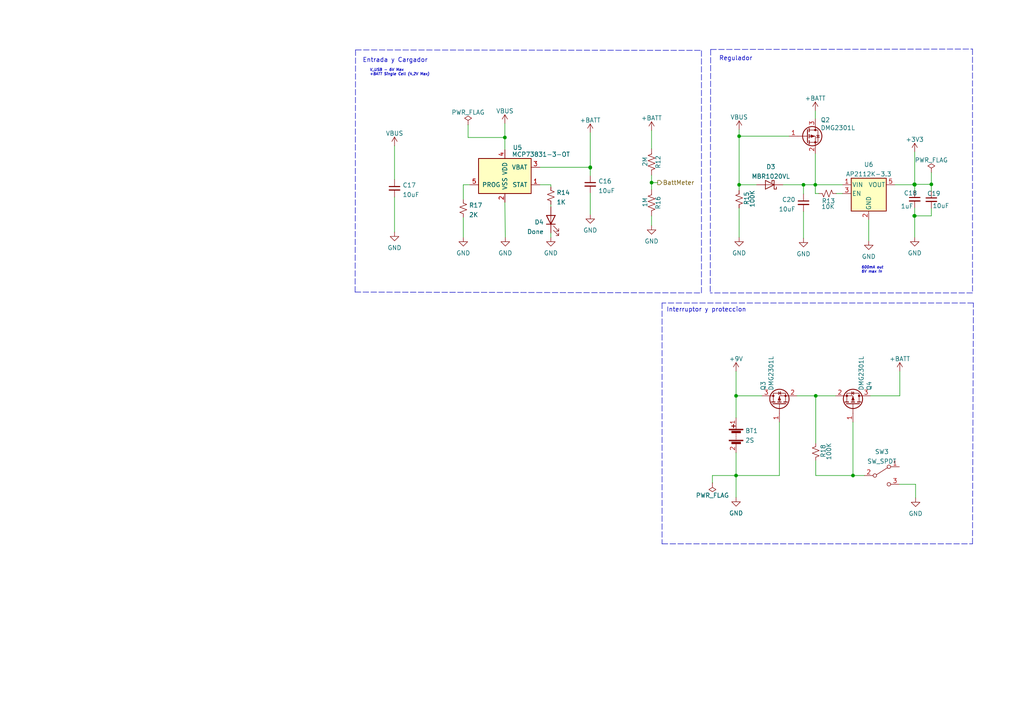
<source format=kicad_sch>
(kicad_sch (version 20211123) (generator eeschema)
  (paper "A4")
  (lib_symbols
    (symbol "Battery_Management:MCP73831-3-OT" (pin_names (offset 1.016))
      (property "Reference" "U" (at -7.62 6.35 0))
      (property "Value" "MCP73831-3-OT" (at 1.27 6.35 0))
      (symbol "MCP73831-3-OT_0_1"
        (rectangle (start -7.62 5.08) (end 7.62 -5.08) (stroke (width 0.254)) (fill (type background)))
      )
      (symbol "MCP73831-3-OT_1_1"
        (pin output line (at 10.16 -2.54 180) (length 2.54) (name "STAT") (number "1"))
        (pin power_in line (at 0 -7.62 90) (length 2.54) (name "VSS") (number "2"))
        (pin power_out line (at 10.16 2.54 180) (length 2.54) (name "VBAT") (number "3"))
        (pin power_in line (at 0 7.62 270) (length 2.54) (name "VDD") (number "4"))
        (pin input line (at -10.16 -2.54 0) (length 2.54) (name "PROG") (number "5"))
      )
    )
    (symbol "Device:Battery" (pin_names (offset 0) hide)
      (property "Reference" "BT" (at 2.54 2.54 0))
      (property "Value" "Battery" (at 2.54 0 0))
      (symbol "Battery_0_1"
        (rectangle (start -2.032 -1.397) (end 2.032 -1.651) (fill (type outline)))
        (rectangle (start -2.032 1.778) (end 2.032 1.524) (fill (type outline)))
        (rectangle (start -1.3208 -1.9812) (end 1.27 -2.4892) (fill (type outline)))
        (rectangle (start -1.3208 1.1938) (end 1.27 0.6858) (fill (type outline)))
        (polyline (pts (xy 0 -1.524) (xy 0 -1.27)))
        (polyline (pts (xy 0 -1.016) (xy 0 -0.762)))
        (polyline (pts (xy 0 -0.508) (xy 0 -0.254)))
        (polyline (pts (xy 0 0) (xy 0 0.254)))
        (polyline (pts (xy 0 0.508) (xy 0 0.762)))
        (polyline (pts (xy 0 1.778) (xy 0 2.54)))
        (polyline (pts (xy 0.254 2.667) (xy 1.27 2.667)) (stroke (width 0.254)))
        (polyline (pts (xy 0.762 3.175) (xy 0.762 2.159)) (stroke (width 0.254)))
      )
      (symbol "Battery_1_1"
        (pin passive line (at 0 5.08 270) (length 2.54) (name "+") (number "1"))
        (pin passive line (at 0 -5.08 90) (length 2.54) (name "-") (number "2"))
      )
    )
    (symbol "Device:C_Small" (pin_numbers hide) (pin_names (offset 0.254) hide)
      (property "Reference" "C" (at 0.254 1.778 0))
      (property "Value" "C_Small" (at 0.254 -2.032 0))
      (symbol "C_Small_0_1"
        (polyline (pts (xy -1.524 -0.508) (xy 1.524 -0.508)) (stroke (width 0.3302)))
        (polyline (pts (xy -1.524 0.508) (xy 1.524 0.508)) (stroke (width 0.3048)))
      )
      (symbol "C_Small_1_1"
        (pin passive line (at 0 2.54 270) (length 2.032) (name "~") (number "1"))
        (pin passive line (at 0 -2.54 90) (length 2.032) (name "~") (number "2"))
      )
    )
    (symbol "Device:LED" (pin_numbers hide) (pin_names (offset 1.016) hide)
      (property "Reference" "D" (at 0 2.54 0))
      (property "Value" "LED" (at 0 -2.54 0))
      (symbol "LED_0_1"
        (polyline (pts (xy -1.27 -1.27) (xy -1.27 1.27)) (stroke (width 0.254)))
        (polyline (pts (xy -1.27 0) (xy 1.27 0)))
        (polyline (pts (xy 1.27 -1.27) (xy 1.27 1.27) (xy -1.27 0) (xy 1.27 -1.27)) (stroke (width 0.254)))
        (polyline (pts (xy -3.048 -0.762) (xy -4.572 -2.286) (xy -3.81 -2.286) (xy -4.572 -2.286) (xy -4.572 -1.524)))
        (polyline (pts (xy -1.778 -0.762) (xy -3.302 -2.286) (xy -2.54 -2.286) (xy -3.302 -2.286) (xy -3.302 -1.524)))
      )
      (symbol "LED_1_1"
        (pin passive line (at -3.81 0 0) (length 2.54) (name "K") (number "1"))
        (pin passive line (at 3.81 0 180) (length 2.54) (name "A") (number "2"))
      )
    )
    (symbol "Device:R_Small_US" (pin_numbers hide) (pin_names (offset 0.254) hide)
      (property "Reference" "R" (at 0.762 0.508 0))
      (property "Value" "R_Small_US" (at 0.762 -1.016 0))
      (symbol "R_Small_US_1_1"
        (polyline (pts (xy 0 0) (xy 1.016 -0.381) (xy 0 -0.762) (xy -1.016 -1.143) (xy 0 -1.524)))
        (polyline (pts (xy 0 1.524) (xy 1.016 1.143) (xy 0 0.762) (xy -1.016 0.381) (xy 0 0)))
        (pin passive line (at 0 2.54 270) (length 1.016) (name "~") (number "1"))
        (pin passive line (at 0 -2.54 90) (length 1.016) (name "~") (number "2"))
      )
    )
    (symbol "Device:R_US" (pin_numbers hide) (pin_names (offset 0))
      (property "Reference" "R" (at 2.54 0 90))
      (property "Value" "R_US" (at -2.54 0 90))
      (symbol "R_US_0_1"
        (polyline (pts (xy 0 -2.286) (xy 0 -2.54)))
        (polyline (pts (xy 0 2.286) (xy 0 2.54)))
        (polyline (pts (xy 0 -0.762) (xy 1.016 -1.143) (xy 0 -1.524) (xy -1.016 -1.905) (xy 0 -2.286)))
        (polyline (pts (xy 0 0.762) (xy 1.016 0.381) (xy 0 0) (xy -1.016 -0.381) (xy 0 -0.762)))
        (polyline (pts (xy 0 2.286) (xy 1.016 1.905) (xy 0 1.524) (xy -1.016 1.143) (xy 0 0.762)))
      )
      (symbol "R_US_1_1"
        (pin passive line (at 0 3.81 270) (length 1.27) (name "~") (number "1"))
        (pin passive line (at 0 -3.81 90) (length 1.27) (name "~") (number "2"))
      )
    )
    (symbol "Diode:MBR1020VL" (pin_numbers hide) (pin_names hide)
      (property "Reference" "D" (at 0 2.54 0))
      (property "Value" "MBR1020VL" (at 0 -2.54 0))
      (symbol "MBR1020VL_0_1"
        (polyline (pts (xy 1.27 0) (xy -1.27 0)))
        (polyline (pts (xy 1.27 1.27) (xy 1.27 -1.27) (xy -1.27 0) (xy 1.27 1.27)) (stroke (width 0.2032)))
        (polyline (pts (xy -1.905 0.635) (xy -1.905 1.27) (xy -1.27 1.27) (xy -1.27 -1.27) (xy -0.635 -1.27) (xy -0.635 -0.635)) (stroke (width 0.2032)))
      )
      (symbol "MBR1020VL_1_1"
        (pin passive line (at -3.81 0 0) (length 2.54) (name "K") (number "1"))
        (pin passive line (at 3.81 0 180) (length 2.54) (name "A") (number "2"))
      )
    )
    (symbol "Regulator_Linear:AP2112K-3.3" (pin_names (offset 0.254))
      (property "Reference" "U" (at -5.08 5.715 0))
      (property "Value" "AP2112K-3.3" (at 0 5.715 0))
      (symbol "AP2112K-3.3_0_1"
        (rectangle (start -5.08 4.445) (end 5.08 -5.08) (stroke (width 0.254)) (fill (type background)))
      )
      (symbol "AP2112K-3.3_1_1"
        (pin power_in line (at -7.62 2.54 0) (length 2.54) (name "VIN") (number "1"))
        (pin power_in line (at 0 -7.62 90) (length 2.54) (name "GND") (number "2"))
        (pin input line (at -7.62 0 0) (length 2.54) (name "EN") (number "3"))
        (pin no_connect line (at 5.08 0 180) (length 2.54) hide (name "NC") (number "4"))
        (pin power_out line (at 7.62 2.54 180) (length 2.54) (name "VOUT") (number "5"))
      )
    )
    (symbol "Switch:SW_SPDT" (pin_names (offset 0) hide)
      (property "Reference" "SW" (at 0 4.318 0))
      (property "Value" "SW_SPDT" (at 0 -5.08 0))
      (symbol "SW_SPDT_0_0"
        (circle (center -2.032 0) (radius 0.508))
        (circle (center 2.032 -2.54) (radius 0.508))
      )
      (symbol "SW_SPDT_0_1"
        (polyline (pts (xy -1.524 0.254) (xy 1.651 2.286)))
        (circle (center 2.032 2.54) (radius 0.508))
      )
      (symbol "SW_SPDT_1_1"
        (pin passive line (at 5.08 2.54 180) (length 2.54) (name "A") (number "1"))
        (pin passive line (at -5.08 0 0) (length 2.54) (name "B") (number "2"))
        (pin passive line (at 5.08 -2.54 180) (length 2.54) (name "C") (number "3"))
      )
    )
    (symbol "Transistor_FET:DMG2301L" (pin_names hide)
      (property "Reference" "Q" (at 5.08 1.905 0))
      (property "Value" "DMG2301L" (at 5.08 0 0))
      (symbol "DMG2301L_0_1"
        (polyline (pts (xy 0.254 0) (xy -2.54 0)))
        (polyline (pts (xy 0.254 1.905) (xy 0.254 -1.905)) (stroke (width 0.254)))
        (polyline (pts (xy 0.762 -1.27) (xy 0.762 -2.286)) (stroke (width 0.254)))
        (polyline (pts (xy 0.762 0.508) (xy 0.762 -0.508)) (stroke (width 0.254)))
        (polyline (pts (xy 0.762 2.286) (xy 0.762 1.27)) (stroke (width 0.254)))
        (polyline (pts (xy 2.54 2.54) (xy 2.54 1.778)))
        (polyline (pts (xy 2.54 -2.54) (xy 2.54 0) (xy 0.762 0)))
        (polyline (pts (xy 0.762 1.778) (xy 3.302 1.778) (xy 3.302 -1.778) (xy 0.762 -1.778)))
        (polyline (pts (xy 2.286 0) (xy 1.27 0.381) (xy 1.27 -0.381) (xy 2.286 0)) (fill (type outline)))
        (polyline (pts (xy 2.794 -0.508) (xy 2.921 -0.381) (xy 3.683 -0.381) (xy 3.81 -0.254)))
        (polyline (pts (xy 3.302 -0.381) (xy 2.921 0.254) (xy 3.683 0.254) (xy 3.302 -0.381)))
        (circle (center 1.651 0) (radius 2.794) (stroke (width 0.254)))
        (circle (center 2.54 -1.778) (radius 0.254) (fill (type outline)))
        (circle (center 2.54 1.778) (radius 0.254) (fill (type outline)))
      )
      (symbol "DMG2301L_1_1"
        (pin input line (at -5.08 0 0) (length 2.54) (name "G") (number "1"))
        (pin passive line (at 2.54 -5.08 90) (length 2.54) (name "S") (number "2"))
        (pin passive line (at 2.54 5.08 270) (length 2.54) (name "D") (number "3"))
      )
    )
    (symbol "power:+3.3V" (power) (pin_names (offset 0))
      (property "Value" "+3.3V" (at 0 3.556 0))
      (symbol "+3.3V_0_1"
        (polyline (pts (xy -0.762 1.27) (xy 0 2.54)))
        (polyline (pts (xy 0 0) (xy 0 2.54)))
        (polyline (pts (xy 0 2.54) (xy 0.762 1.27)))
      )
      (symbol "+3.3V_1_1"
        (pin power_in line (at 0 0 90) (length 0) hide (name "+3V3") (number "1"))
      )
    )
    (symbol "power:+9V" (power) (pin_names (offset 0))
      (property "Value" "+9V" (at 0 3.556 0))
      (symbol "+9V_0_1"
        (polyline (pts (xy -0.762 1.27) (xy 0 2.54)))
        (polyline (pts (xy 0 0) (xy 0 2.54)))
        (polyline (pts (xy 0 2.54) (xy 0.762 1.27)))
      )
      (symbol "+9V_1_1"
        (pin power_in line (at 0 0 90) (length 0) hide (name "+9V") (number "1"))
      )
    )
    (symbol "power:+BATT" (power) (pin_names (offset 0))
      (property "Value" "+BATT" (at 0 3.556 0))
      (symbol "+BATT_0_1"
        (polyline (pts (xy -0.762 1.27) (xy 0 2.54)))
        (polyline (pts (xy 0 0) (xy 0 2.54)))
        (polyline (pts (xy 0 2.54) (xy 0.762 1.27)))
      )
      (symbol "+BATT_1_1"
        (pin power_in line (at 0 0 90) (length 0) hide (name "+BATT") (number "1"))
      )
    )
    (symbol "power:GND" (power) (pin_names (offset 0))
      (property "Value" "GND" (at 0 -3.81 0))
      (symbol "GND_0_1"
        (polyline (pts (xy 0 0) (xy 0 -1.27) (xy 1.27 -1.27) (xy 0 -2.54) (xy -1.27 -1.27) (xy 0 -1.27)))
      )
      (symbol "GND_1_1"
        (pin power_in line (at 0 0 270) (length 0) hide (name "GND") (number "1"))
      )
    )
    (symbol "power:PWR_FLAG" (power) (pin_numbers hide) (pin_names (offset 0) hide)
      (property "Value" "PWR_FLAG" (at 0 3.81 0))
      (symbol "PWR_FLAG_0_0"
        (pin power_out line (at 0 0 90) (length 0) (name "pwr") (number "1"))
      )
      (symbol "PWR_FLAG_0_1"
        (polyline (pts (xy 0 0) (xy 0 1.27) (xy -1.016 1.905) (xy 0 2.54) (xy 1.016 1.905) (xy 0 1.27)))
      )
    )
    (symbol "power:VBUS" (power) (pin_names (offset 0))
      (property "Value" "VBUS" (at 0 3.81 0))
      (symbol "VBUS_0_1"
        (polyline (pts (xy -0.762 1.27) (xy 0 2.54)))
        (polyline (pts (xy 0 0) (xy 0 2.54)))
        (polyline (pts (xy 0 2.54) (xy 0.762 1.27)))
      )
      (symbol "VBUS_1_1"
        (pin power_in line (at 0 0 90) (length 0) hide (name "VBUS") (number "1"))
      )
    )
  )
  (junction (at 213.487 137.922))
  (junction (at 270.129 53.467))
  (junction (at 214.376 39.497))
  (junction (at 265.303 53.594))
  (junction (at 214.376 53.594))
  (junction (at 213.487 114.808))
  (junction (at 247.396 137.922))
  (junction (at 146.431 39.878))
  (junction (at 265.303 53.467))
  (junction (at 171.196 48.641))
  (junction (at 236.601 114.808))
  (junction (at 233.045 53.594))
  (junction (at 171.196 48.514))
  (junction (at 265.176 53.467))
  (junction (at 236.474 53.594))
  (junction (at 265.176 62.611))
  (junction (at 265.303 62.611))
  (junction (at 188.976 52.959))
  (wire (pts (xy 270.129 55.372) (xy 270.129 53.467)))
  (wire (pts (xy 233.045 53.594) (xy 236.474 53.594)))
  (wire (pts (xy 242.57 56.134) (xy 244.348 56.134)))
  (wire (pts (xy 213.487 137.922) (xy 213.487 144.272)))
  (polyline (pts (xy 103.124 14.478) (xy 203.454 14.605)))
  (wire (pts (xy 135.763 39.878) (xy 146.431 39.878)))
  (wire (pts (xy 213.487 114.808) (xy 213.487 121.158)))
  (wire (pts (xy 159.766 67.564) (xy 159.766 68.834)))
  (wire (pts (xy 171.196 48.641) (xy 171.196 50.927)))
  (polyline (pts (xy 206.121 14.351) (xy 282.067 14.224)))
  (wire (pts (xy 188.976 62.611) (xy 188.976 65.405)))
  (wire (pts (xy 206.629 137.922) (xy 206.629 140.081)))
  (wire (pts (xy 265.303 60.325) (xy 265.303 62.611)))
  (wire (pts (xy 159.766 53.594) (xy 159.766 54.229)))
  (wire (pts (xy 270.129 50.038) (xy 270.129 53.467)))
  (polyline (pts (xy 282.067 84.963) (xy 205.994 84.963)))
  (wire (pts (xy 171.196 48.641) (xy 171.196 48.514)))
  (polyline (pts (xy 103.124 14.478) (xy 102.997 84.709)))
  (polyline (pts (xy 282.321 87.884) (xy 192.024 87.884)))
  (wire (pts (xy 226.06 122.428) (xy 226.06 137.922)))
  (wire (pts (xy 270.129 53.467) (xy 265.303 53.467)))
  (wire (pts (xy 114.427 42.291) (xy 114.427 52.07)))
  (wire (pts (xy 214.376 53.594) (xy 214.376 55.245)))
  (polyline (pts (xy 203.454 84.963) (xy 203.454 14.605)))
  (wire (pts (xy 206.629 137.922) (xy 213.487 137.922)))
  (polyline (pts (xy 206.121 14.351) (xy 205.994 84.963)))
  (wire (pts (xy 265.303 62.611) (xy 265.303 68.834)))
  (wire (pts (xy 159.766 59.309) (xy 159.766 59.944)))
  (wire (pts (xy 236.474 53.594) (xy 244.348 53.594)))
  (wire (pts (xy 260.985 107.696) (xy 260.985 114.808)))
  (wire (pts (xy 136.271 53.594) (xy 134.366 53.594)))
  (wire (pts (xy 251.968 63.754) (xy 251.968 69.85)))
  (wire (pts (xy 135.763 36.195) (xy 135.763 39.878)))
  (wire (pts (xy 247.396 122.428) (xy 247.396 137.922)))
  (wire (pts (xy 114.427 57.15) (xy 114.427 67.31)))
  (wire (pts (xy 156.591 53.594) (xy 159.766 53.594)))
  (wire (pts (xy 270.129 60.452) (xy 270.129 62.611)))
  (wire (pts (xy 236.474 56.134) (xy 236.474 53.594)))
  (wire (pts (xy 236.601 114.808) (xy 236.601 128.524)))
  (wire (pts (xy 188.976 50.8) (xy 188.976 52.959)))
  (polyline (pts (xy 102.997 84.709) (xy 203.454 84.963)))
  (wire (pts (xy 171.196 56.007) (xy 171.196 62.23)))
  (wire (pts (xy 228.854 39.497) (xy 214.376 39.497)))
  (wire (pts (xy 265.176 53.467) (xy 265.303 53.467)))
  (wire (pts (xy 227.076 53.594) (xy 233.045 53.594)))
  (wire (pts (xy 233.045 53.594) (xy 233.045 56.261)))
  (wire (pts (xy 250.698 137.922) (xy 247.396 137.922)))
  (polyline (pts (xy 192.024 87.884) (xy 192.024 157.734)))
  (wire (pts (xy 247.396 137.922) (xy 236.601 137.922)))
  (wire (pts (xy 265.557 140.462) (xy 260.858 140.462)))
  (wire (pts (xy 213.487 114.808) (xy 220.98 114.808)))
  (wire (pts (xy 265.303 53.467) (xy 265.303 53.594)))
  (polyline (pts (xy 282.067 14.224) (xy 282.067 84.963)))
  (wire (pts (xy 233.045 61.341) (xy 233.045 69.088)))
  (wire (pts (xy 226.06 137.922) (xy 213.487 137.922)))
  (wire (pts (xy 171.196 48.514) (xy 171.196 38.481)))
  (wire (pts (xy 188.976 52.959) (xy 188.976 54.991)))
  (wire (pts (xy 134.366 53.594) (xy 134.366 57.912)))
  (polyline (pts (xy 192.024 157.734) (xy 282.067 157.734)))
  (wire (pts (xy 188.976 52.959) (xy 190.754 52.959)))
  (wire (pts (xy 265.303 53.594) (xy 265.303 55.245)))
  (wire (pts (xy 214.376 60.325) (xy 214.376 68.834)))
  (wire (pts (xy 260.985 114.808) (xy 252.476 114.808)))
  (wire (pts (xy 214.376 37.592) (xy 214.376 39.497)))
  (wire (pts (xy 146.431 58.674) (xy 146.558 68.834)))
  (wire (pts (xy 242.316 114.808) (xy 236.601 114.808)))
  (wire (pts (xy 213.487 131.318) (xy 213.487 137.922)))
  (wire (pts (xy 236.474 44.577) (xy 236.474 53.594)))
  (wire (pts (xy 236.601 114.808) (xy 231.14 114.808)))
  (polyline (pts (xy 282.067 157.734) (xy 282.321 87.884)))
  (wire (pts (xy 146.431 39.878) (xy 146.431 43.434)))
  (wire (pts (xy 213.487 107.696) (xy 213.487 114.808)))
  (wire (pts (xy 156.591 48.514) (xy 171.196 48.514)))
  (wire (pts (xy 265.557 144.399) (xy 265.557 140.462)))
  (wire (pts (xy 236.474 32.131) (xy 236.474 34.417)))
  (wire (pts (xy 188.976 37.846) (xy 188.976 43.18)))
  (wire (pts (xy 265.176 62.611) (xy 265.303 62.611)))
  (wire (pts (xy 259.588 53.594) (xy 265.303 53.594)))
  (wire (pts (xy 214.376 39.497) (xy 214.376 53.594)))
  (wire (pts (xy 236.601 137.922) (xy 236.601 133.604)))
  (wire (pts (xy 237.49 56.134) (xy 236.474 56.134)))
  (wire (pts (xy 134.366 62.992) (xy 134.366 68.834)))
  (wire (pts (xy 146.431 35.814) (xy 146.431 39.878)))
  (wire (pts (xy 265.303 44.069) (xy 265.303 53.467)))
  (wire (pts (xy 214.376 53.594) (xy 219.456 53.594)))
  (wire (pts (xy 270.129 62.611) (xy 265.303 62.611)))
  (text "Entrada y Cargador\n" (at 105.156 18.288 0) (effects (font (size 1.27 1.27)) (justify left bottom)))
  (text "V_USB - 6V Max\n+BATT Single Cell (4,2V Max)" (at 107.188 22.098 0) (effects (font (size 0.762 0.762) italic) (justify left bottom)))
  (text "600mA out\n6V max in\n" (at 249.809 79.375 0) (effects (font (size 0.762 0.762) italic) (justify left bottom)))
  (text "Regulador\n" (at 208.534 17.78 0) (effects (font (size 1.27 1.27)) (justify left bottom)))
  (text "Interruptor y proteccion\n" (at 193.294 90.678 0) (effects (font (size 1.27 1.27)) (justify left bottom)))
  (hierarchical_label "BattMeter" (shape output) (at 190.754 52.959 0))
  (symbol (lib_id "Device:R_US") (at 188.976 58.801 0) (mirror x) (unit 1)
    (property "Reference" "R16" (at 190.881 58.801 90))
    (property "Value" "1M" (at 187.071 58.674 90))
    (property "Footprint" "Resistor_SMD:R_0805_2012Metric" (effects hide))
  )
  (symbol (lib_id "Device:R_Small_US") (at 214.376 57.785 0) (mirror x) (unit 1)
    (property "Reference" "R15" (at 216.535 57.531 90))
    (property "Value" "100K" (at 218.186 57.658 90))
    (property "Footprint" "Resistor_SMD:R_0805_2012Metric" (effects hide))
  )
  (symbol (lib_id "power:PWR_FLAG") (at 270.129 50.038 0) (unit 1)
    (property "Reference" "#FLG02" (effects hide))
    (property "Value" "PWR_FLAG" (at 270.129 46.4335 0))
  )
  (symbol (lib_id "power:GND") (at 251.968 69.85 0) (mirror y) (unit 1)
    (property "Reference" "#PWR053" (effects hide))
    (property "Value" "GND" (at 251.968 74.4125 0))
  )
  (symbol (lib_id "power:+BATT") (at 236.474 32.131 0) (mirror y) (unit 1)
    (property "Reference" "#PWR037" (effects hide))
    (property "Value" "+BATT" (at 236.474 28.5265 0))
  )
  (symbol (lib_id "power:+BATT") (at 171.196 38.481 0) (unit 1)
    (property "Reference" "#PWR041" (effects hide))
    (property "Value" "+BATT" (at 171.196 34.8765 0))
  )
  (symbol (lib_id "power:+3.3V") (at 265.303 44.069 0) (unit 1)
    (property "Reference" "#PWR043" (effects hide))
    (property "Value" "+3.3V" (at 265.303 40.4645 0))
  )
  (symbol (lib_id "Transistor_FET:DMG2301L") (at 247.396 117.348 270) (mirror x) (unit 1)
    (property "Reference" "Q4" (at 252.095 113.284 0) (effects (justify left)))
    (property "Value" "DMG2301L" (at 249.809 113.284 0) (effects (justify left)))
    (property "Footprint" "Package_TO_SOT_SMD:SOT-23" (effects hide))
    (property "Datasheet" "https://www.diodes.com/assets/Datasheets/DMG2301L.pdf" (effects hide))
  )
  (symbol (lib_id "power:GND") (at 159.766 68.834 0) (unit 1)
    (property "Reference" "#PWR049" (effects hide))
    (property "Value" "GND" (at 159.766 73.3965 0))
  )
  (symbol (lib_id "power:PWR_FLAG") (at 135.763 36.195 0) (mirror y) (unit 1)
    (property "Reference" "#FLG01" (effects hide))
    (property "Value" "PWR_FLAG" (at 135.763 32.5905 0))
  )
  (symbol (lib_id "Battery_Management:MCP73831-3-OT") (at 146.431 51.054 0) (unit 1)
    (property "Reference" "U5" (at 148.717 42.799 0) (effects (justify left)))
    (property "Value" "MCP73831-3-OT" (at 148.4504 44.7826 0) (effects (justify left)))
    (property "Footprint" "Package_TO_SOT_SMD:SOT-23-5" (effects hide))
    (property "Datasheet" "http://ww1.microchip.com/downloads/en/DeviceDoc/20001984g.pdf" (effects hide))
  )
  (symbol (lib_id "power:GND") (at 188.976 65.405 0) (mirror y) (unit 1)
    (property "Reference" "#PWR045" (effects hide))
    (property "Value" "GND" (at 188.976 69.9675 0))
  )
  (symbol (lib_id "Device:R_Small_US") (at 159.766 56.769 0) (unit 1)
    (property "Reference" "R14" (at 161.417 55.8605 0) (effects (justify left)))
    (property "Value" "1K" (at 161.417 58.6356 0) (effects (justify left)))
    (property "Footprint" "Resistor_SMD:R_0805_2012Metric" (effects hide))
  )
  (symbol (lib_id "power:GND") (at 213.487 144.272 0) (unit 1)
    (property "Reference" "#PWR056" (effects hide))
    (property "Value" "GND" (at 213.487 148.8345 0))
  )
  (symbol (lib_id "power:GND") (at 146.558 68.834 0) (unit 1)
    (property "Reference" "#PWR048" (effects hide))
    (property "Value" "GND" (at 146.558 73.3965 0))
  )
  (symbol (lib_id "Device:LED") (at 159.766 63.754 90) (unit 1)
    (property "Reference" "D4" (at 157.734 64.433 90) (effects (justify left)))
    (property "Value" "Done" (at 157.734 67.2081 90) (effects (justify left)))
    (property "Footprint" "LED_SMD:LED_0805_2012Metric_Pad1.15x1.40mm_HandSolder" (effects hide))
  )
  (symbol (lib_id "Device:C_Small") (at 114.427 54.61 0) (unit 1)
    (property "Reference" "C17" (at 116.7511 53.7078 0) (effects (justify left)))
    (property "Value" "10uF" (at 116.7511 56.4829 0) (effects (justify left)))
    (property "Footprint" "Capacitor_SMD:C_0805_2012Metric" (effects hide))
  )
  (symbol (lib_id "power:GND") (at 233.045 69.088 0) (mirror y) (unit 1)
    (property "Reference" "#PWR052" (effects hide))
    (property "Value" "GND" (at 233.045 73.6505 0))
  )
  (symbol (lib_id "power:VBUS") (at 114.427 42.291 0) (unit 1)
    (property "Reference" "#PWR042" (effects hide))
    (property "Value" "VBUS" (at 114.427 38.6865 0))
  )
  (symbol (lib_id "power:VBUS") (at 146.431 35.814 0) (unit 1)
    (property "Reference" "#PWR038" (effects hide))
    (property "Value" "VBUS" (at 146.431 32.2095 0))
  )
  (symbol (lib_id "power:GND") (at 171.196 62.23 0) (unit 1)
    (property "Reference" "#PWR044" (effects hide))
    (property "Value" "GND" (at 171.196 66.7925 0))
  )
  (symbol (lib_id "Device:C_Small") (at 171.196 53.467 0) (unit 1)
    (property "Reference" "C16" (at 173.5201 52.5648 0) (effects (justify left)))
    (property "Value" "10uF" (at 173.5201 55.3399 0) (effects (justify left)))
    (property "Footprint" "Capacitor_SMD:C_0805_2012Metric" (effects hide))
  )
  (symbol (lib_id "Diode:MBR1020VL") (at 223.266 53.594 180) (unit 1)
    (property "Reference" "D3" (at 223.5835 48.3829 0))
    (property "Value" "MBR1020VL" (at 223.5835 51.158 0))
    (property "Footprint" "Diode_SMD:D_SOD-123F" (effects hide))
    (property "Datasheet" "https://www.onsemi.com/pub/Collateral/MBR1020VL-D.PDF" (effects hide))
  )
  (symbol (lib_id "power:GND") (at 214.376 68.834 0) (mirror y) (unit 1)
    (property "Reference" "#PWR050" (effects hide))
    (property "Value" "GND" (at 214.376 73.3965 0))
  )
  (symbol (lib_id "Device:R_Small_US") (at 240.03 56.134 90) (mirror x) (unit 1)
    (property "Reference" "R13" (at 240.284 58.293 90))
    (property "Value" "10K" (at 240.157 59.944 90))
    (property "Footprint" "Resistor_SMD:R_0805_2012Metric" (effects hide))
  )
  (symbol (lib_id "power:GND") (at 134.366 68.834 0) (unit 1)
    (property "Reference" "#PWR047" (effects hide))
    (property "Value" "GND" (at 134.366 73.3965 0))
  )
  (symbol (lib_id "Transistor_FET:DMG2301L") (at 233.934 39.497 0) (unit 1)
    (property "Reference" "Q2" (at 237.998 34.798 0) (effects (justify left)))
    (property "Value" "DMG2301L" (at 237.998 37.084 0) (effects (justify left)))
    (property "Footprint" "Package_TO_SOT_SMD:SOT-23" (effects hide))
    (property "Datasheet" "https://www.diodes.com/assets/Datasheets/DMG2301L.pdf" (effects hide))
  )
  (symbol (lib_id "Device:R_Small_US") (at 236.601 131.064 0) (mirror x) (unit 1)
    (property "Reference" "R18" (at 238.76 130.81 90))
    (property "Value" "100K" (at 240.411 130.937 90))
    (property "Footprint" "Resistor_SMD:R_0805_2012Metric" (effects hide))
  )
  (symbol (lib_id "power:VBUS") (at 214.376 37.592 0) (mirror y) (unit 1)
    (property "Reference" "#PWR039" (effects hide))
    (property "Value" "VBUS" (at 214.376 33.9875 0))
  )
  (symbol (lib_id "Device:C_Small") (at 265.303 57.785 0) (mirror y) (unit 1)
    (property "Reference" "C18" (at 262.128 56.007 0) (effects (justify right)))
    (property "Value" "1uF" (at 261.239 59.817 0) (effects (justify right)))
    (property "Footprint" "Capacitor_SMD:C_0805_2012Metric" (effects hide))
  )
  (symbol (lib_id "Device:R_US") (at 188.976 46.99 0) (mirror x) (unit 1)
    (property "Reference" "R12" (at 190.881 46.99 90))
    (property "Value" "2M" (at 187.071 46.863 90))
    (property "Footprint" "Resistor_SMD:R_0805_2012Metric" (effects hide))
  )
  (symbol (lib_id "Device:C_Small") (at 233.045 58.801 0) (mirror y) (unit 1)
    (property "Reference" "C20" (at 230.7209 57.8988 0) (effects (justify left)))
    (property "Value" "10uF" (at 230.7209 60.6739 0) (effects (justify left)))
    (property "Footprint" "Capacitor_SMD:C_0805_2012Metric" (effects hide))
  )
  (symbol (lib_id "power:PWR_FLAG") (at 206.629 140.081 0) (mirror x) (unit 1)
    (property "Reference" "#FLG03" (effects hide))
    (property "Value" "PWR_FLAG" (at 206.629 143.6855 0))
  )
  (symbol (lib_id "power:GND") (at 114.427 67.31 0) (unit 1)
    (property "Reference" "#PWR046" (effects hide))
    (property "Value" "GND" (at 114.427 71.8725 0))
  )
  (symbol (lib_id "power:+9V") (at 213.487 107.696 0) (unit 1)
    (property "Reference" "#PWR054" (effects hide))
    (property "Value" "+9V" (at 213.487 104.0915 0))
  )
  (symbol (lib_id "Transistor_FET:DMG2301L") (at 226.06 117.348 90) (unit 1)
    (property "Reference" "Q3" (at 221.361 113.284 0) (effects (justify left)))
    (property "Value" "DMG2301L" (at 223.647 113.284 0) (effects (justify left)))
    (property "Footprint" "Package_TO_SOT_SMD:SOT-23" (effects hide))
    (property "Datasheet" "https://www.diodes.com/assets/Datasheets/DMG2301L.pdf" (effects hide))
  )
  (symbol (lib_id "power:GND") (at 265.303 68.834 0) (mirror y) (unit 1)
    (property "Reference" "#PWR051" (effects hide))
    (property "Value" "GND" (at 265.303 73.3965 0))
  )
  (symbol (lib_id "Regulator_Linear:AP2112K-3.3") (at 251.968 56.134 0) (unit 1)
    (property "Reference" "U6" (at 251.968 47.7225 0))
    (property "Value" "AP2112K-3.3" (at 251.968 50.4976 0))
    (property "Footprint" "Package_TO_SOT_SMD:SOT-23-5" (effects hide))
    (property "Datasheet" "https://www.diodes.com/assets/Datasheets/AP2112.pdf" (effects hide))
  )
  (symbol (lib_id "Device:C_Small") (at 270.129 57.912 0) (mirror y) (unit 1)
    (property "Reference" "C19" (at 272.796 56.134 0) (effects (justify left)))
    (property "Value" "10uF" (at 275.336 59.69 0) (effects (justify left)))
    (property "Footprint" "Capacitor_SMD:C_0805_2012Metric" (effects hide))
  )
  (symbol (lib_id "Switch:SW_SPDT") (at 255.778 137.922 0) (unit 1)
    (property "Reference" "SW3" (at 255.778 131.0345 0))
    (property "Value" "SW_SPDT" (at 255.778 133.8096 0))
    (property "Footprint" "Button_Switch_SMD:SW_SPDT_PCM12" (effects hide))
  )
  (symbol (lib_id "Device:R_Small_US") (at 134.366 60.452 0) (unit 1)
    (property "Reference" "R17" (at 136.017 59.5435 0) (effects (justify left)))
    (property "Value" "2K" (at 136.017 62.3186 0) (effects (justify left)))
    (property "Footprint" "Resistor_SMD:R_0805_2012Metric" (effects hide))
  )
  (symbol (lib_id "Device:Battery") (at 213.487 126.238 0) (mirror y) (unit 1)
    (property "Reference" "BT1" (at 216.154 124.9485 0) (effects (justify right)))
    (property "Value" "2S" (at 216.154 127.7236 0) (effects (justify right)))
    (property "Footprint" "Connector_Molex:Molex_Micro-Latch_53253-0270_1x02_P2.00mm_Vertical" (effects hide))
  )
  (symbol (lib_id "power:GND") (at 265.557 144.399 0) (unit 1)
    (property "Reference" "#PWR057" (effects hide))
    (property "Value" "GND" (at 265.557 148.9615 0))
  )
  (symbol (lib_id "power:+BATT") (at 260.985 107.696 0) (unit 1)
    (property "Reference" "#PWR055" (effects hide))
    (property "Value" "+BATT" (at 260.985 104.0915 0))
  )
  (symbol (lib_id "power:+BATT") (at 188.976 37.846 0) (unit 1)
    (property "Reference" "#PWR040" (effects hide))
    (property "Value" "+BATT" (at 188.976 34.2415 0))
  )
)
</source>
